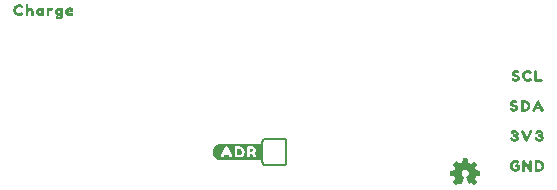
<source format=gto>
G04 EAGLE Gerber RS-274X export*
G75*
%MOMM*%
%FSLAX34Y34*%
%LPD*%
%INSilkscreen Top*%
%IPPOS*%
%AMOC8*
5,1,8,0,0,1.08239X$1,22.5*%
G01*
%ADD10C,0.152400*%

G36*
X218715Y43162D02*
X218715Y43162D01*
X218725Y43158D01*
X219225Y43458D01*
X219233Y43477D01*
X219240Y43482D01*
X219237Y43486D01*
X219239Y43492D01*
X219249Y43500D01*
X219249Y56300D01*
X219238Y56315D01*
X219242Y56325D01*
X218942Y56825D01*
X218908Y56839D01*
X218900Y56849D01*
X184300Y56849D01*
X184295Y56846D01*
X184292Y56849D01*
X183692Y56749D01*
X182993Y56649D01*
X182990Y56645D01*
X182989Y56645D01*
X182986Y56647D01*
X182286Y56447D01*
X182285Y56446D01*
X182284Y56447D01*
X181684Y56247D01*
X181681Y56242D01*
X181678Y56244D01*
X181078Y55944D01*
X181076Y55940D01*
X181073Y55941D01*
X180473Y55541D01*
X180472Y55538D01*
X180469Y55538D01*
X179469Y54738D01*
X179467Y54731D01*
X179462Y54731D01*
X179062Y54231D01*
X179061Y54227D01*
X179059Y54227D01*
X178659Y53627D01*
X178659Y53623D01*
X178656Y53622D01*
X178056Y52422D01*
X178057Y52415D01*
X178053Y52414D01*
X177853Y51715D01*
X177653Y51116D01*
X177657Y51105D01*
X177651Y51100D01*
X177651Y49100D01*
X177654Y49096D01*
X177651Y49093D01*
X177751Y48393D01*
X177755Y48389D01*
X177753Y48386D01*
X177953Y47686D01*
X177958Y47682D01*
X177956Y47678D01*
X178556Y46478D01*
X178563Y46475D01*
X178562Y46469D01*
X178960Y45971D01*
X179359Y45373D01*
X179369Y45369D01*
X179369Y45362D01*
X179867Y44963D01*
X180365Y44465D01*
X180377Y44464D01*
X180378Y44456D01*
X180975Y44157D01*
X181573Y43759D01*
X181582Y43760D01*
X181584Y43753D01*
X182184Y43553D01*
X182186Y43554D01*
X182186Y43553D01*
X182886Y43353D01*
X182890Y43354D01*
X182892Y43351D01*
X183492Y43251D01*
X183493Y43252D01*
X183493Y43251D01*
X184193Y43151D01*
X184198Y43154D01*
X184200Y43151D01*
X218700Y43151D01*
X218715Y43162D01*
G37*
G36*
X399214Y21607D02*
X399214Y21607D01*
X399284Y21613D01*
X399299Y21622D01*
X399316Y21625D01*
X399422Y21697D01*
X399432Y21703D01*
X399433Y21705D01*
X399434Y21706D01*
X401734Y24006D01*
X401742Y24019D01*
X401743Y24020D01*
X401745Y24022D01*
X401747Y24026D01*
X401766Y24042D01*
X401792Y24099D01*
X401825Y24153D01*
X401828Y24177D01*
X401838Y24200D01*
X401836Y24262D01*
X401842Y24325D01*
X401833Y24348D01*
X401832Y24373D01*
X401792Y24455D01*
X401780Y24486D01*
X401774Y24492D01*
X401769Y24501D01*
X399824Y27095D01*
X399834Y27106D01*
X399853Y27136D01*
X399905Y27204D01*
X400005Y27404D01*
X400009Y27420D01*
X400018Y27433D01*
X400044Y27567D01*
X400045Y27572D01*
X400045Y27573D01*
X400045Y27574D01*
X400045Y27584D01*
X400078Y27649D01*
X400134Y27706D01*
X400153Y27736D01*
X400205Y27804D01*
X400305Y28004D01*
X400309Y28020D01*
X400318Y28033D01*
X400344Y28167D01*
X400345Y28172D01*
X400345Y28173D01*
X400345Y28174D01*
X400345Y28184D01*
X400505Y28504D01*
X400509Y28520D01*
X400518Y28533D01*
X400544Y28667D01*
X400545Y28672D01*
X400545Y28673D01*
X400545Y28674D01*
X400545Y28684D01*
X400605Y28804D01*
X400609Y28820D01*
X400618Y28833D01*
X400644Y28967D01*
X400645Y28972D01*
X400645Y28973D01*
X400645Y28974D01*
X400645Y28984D01*
X400705Y29104D01*
X400709Y29120D01*
X400718Y29133D01*
X400738Y29236D01*
X404030Y29800D01*
X404048Y29807D01*
X404067Y29808D01*
X404127Y29841D01*
X404189Y29867D01*
X404202Y29882D01*
X404219Y29891D01*
X404258Y29947D01*
X404302Y29998D01*
X404307Y30017D01*
X404318Y30033D01*
X404340Y30144D01*
X404345Y30166D01*
X404344Y30170D01*
X404345Y30174D01*
X404345Y33374D01*
X404341Y33393D01*
X404343Y33414D01*
X404332Y33446D01*
X404331Y33453D01*
X404326Y33462D01*
X404321Y33477D01*
X404306Y33542D01*
X404293Y33558D01*
X404286Y33577D01*
X404238Y33624D01*
X404196Y33676D01*
X404177Y33684D01*
X404163Y33698D01*
X404061Y33736D01*
X404038Y33746D01*
X404033Y33746D01*
X404028Y33748D01*
X400745Y34295D01*
X400745Y34374D01*
X400728Y34448D01*
X400714Y34523D01*
X400708Y34533D01*
X400706Y34542D01*
X400683Y34570D01*
X400645Y34625D01*
X400645Y34674D01*
X400628Y34748D01*
X400614Y34823D01*
X400608Y34833D01*
X400606Y34842D01*
X400583Y34870D01*
X400534Y34942D01*
X400478Y34998D01*
X400445Y35063D01*
X400445Y35174D01*
X400428Y35248D01*
X400414Y35323D01*
X400408Y35333D01*
X400406Y35342D01*
X400383Y35370D01*
X400345Y35425D01*
X400345Y35474D01*
X400328Y35548D01*
X400314Y35623D01*
X400308Y35633D01*
X400306Y35642D01*
X400283Y35670D01*
X400234Y35742D01*
X400178Y35798D01*
X400105Y35943D01*
X400082Y35971D01*
X400045Y36025D01*
X400045Y36074D01*
X400028Y36148D01*
X400014Y36223D01*
X400008Y36233D01*
X400006Y36242D01*
X399983Y36270D01*
X399934Y36342D01*
X399878Y36398D01*
X399838Y36478D01*
X401773Y39151D01*
X401783Y39175D01*
X401800Y39194D01*
X401816Y39254D01*
X401840Y39311D01*
X401838Y39336D01*
X401845Y39361D01*
X401833Y39422D01*
X401829Y39484D01*
X401816Y39506D01*
X401811Y39531D01*
X401760Y39603D01*
X401742Y39633D01*
X401735Y39638D01*
X401728Y39648D01*
X399428Y41848D01*
X399417Y41854D01*
X399409Y41865D01*
X399343Y41898D01*
X399279Y41936D01*
X399266Y41937D01*
X399255Y41942D01*
X399181Y41943D01*
X399107Y41948D01*
X399095Y41943D01*
X399082Y41943D01*
X398951Y41886D01*
X396277Y40042D01*
X396136Y40113D01*
X396120Y40117D01*
X396107Y40126D01*
X395973Y40152D01*
X395967Y40153D01*
X395966Y40153D01*
X395956Y40153D01*
X395891Y40185D01*
X395834Y40242D01*
X395804Y40261D01*
X395736Y40313D01*
X395536Y40413D01*
X395520Y40417D01*
X395507Y40426D01*
X395373Y40452D01*
X395367Y40453D01*
X395366Y40453D01*
X395356Y40453D01*
X395291Y40485D01*
X395234Y40542D01*
X395169Y40582D01*
X395107Y40626D01*
X395095Y40628D01*
X395087Y40633D01*
X395052Y40636D01*
X394966Y40653D01*
X394856Y40653D01*
X394736Y40713D01*
X394720Y40717D01*
X394707Y40726D01*
X394573Y40752D01*
X394567Y40753D01*
X394566Y40753D01*
X394556Y40753D01*
X394436Y40813D01*
X394420Y40817D01*
X394407Y40826D01*
X394273Y40852D01*
X394267Y40853D01*
X394266Y40853D01*
X394256Y40853D01*
X394136Y40913D01*
X394120Y40917D01*
X394107Y40926D01*
X394090Y40929D01*
X393540Y44138D01*
X393532Y44156D01*
X393531Y44175D01*
X393499Y44234D01*
X393472Y44297D01*
X393458Y44310D01*
X393448Y44327D01*
X393393Y44366D01*
X393341Y44410D01*
X393322Y44415D01*
X393307Y44426D01*
X393196Y44447D01*
X393174Y44453D01*
X393170Y44452D01*
X393166Y44453D01*
X389966Y44453D01*
X389947Y44449D01*
X389928Y44451D01*
X389864Y44429D01*
X389798Y44413D01*
X389783Y44401D01*
X389764Y44395D01*
X389717Y44347D01*
X389664Y44303D01*
X389656Y44286D01*
X389643Y44272D01*
X389603Y44166D01*
X389594Y44145D01*
X389594Y44142D01*
X389592Y44138D01*
X389034Y40882D01*
X388976Y40853D01*
X388866Y40853D01*
X388792Y40836D01*
X388716Y40822D01*
X388707Y40816D01*
X388698Y40813D01*
X388670Y40791D01*
X388614Y40753D01*
X388566Y40753D01*
X388550Y40749D01*
X388534Y40752D01*
X388403Y40715D01*
X388398Y40713D01*
X388397Y40713D01*
X388396Y40713D01*
X388276Y40653D01*
X388266Y40653D01*
X388250Y40649D01*
X388234Y40652D01*
X388103Y40615D01*
X388098Y40613D01*
X388097Y40613D01*
X388096Y40613D01*
X387896Y40513D01*
X387869Y40490D01*
X387814Y40453D01*
X387766Y40453D01*
X387692Y40436D01*
X387616Y40422D01*
X387607Y40416D01*
X387598Y40413D01*
X387570Y40391D01*
X387498Y40342D01*
X387441Y40285D01*
X387296Y40213D01*
X387269Y40190D01*
X387214Y40153D01*
X387166Y40153D01*
X387092Y40136D01*
X387016Y40122D01*
X387007Y40116D01*
X386998Y40113D01*
X386970Y40091D01*
X386898Y40042D01*
X386880Y40024D01*
X384181Y41886D01*
X384165Y41892D01*
X384153Y41904D01*
X384086Y41923D01*
X384020Y41949D01*
X384003Y41948D01*
X383987Y41952D01*
X383918Y41940D01*
X383848Y41934D01*
X383833Y41925D01*
X383816Y41922D01*
X383710Y41850D01*
X383700Y41844D01*
X383699Y41843D01*
X383698Y41842D01*
X381498Y39642D01*
X381489Y39627D01*
X381475Y39617D01*
X381444Y39554D01*
X381407Y39495D01*
X381405Y39478D01*
X381397Y39463D01*
X381397Y39392D01*
X381390Y39323D01*
X381396Y39307D01*
X381396Y39289D01*
X381448Y39172D01*
X381452Y39161D01*
X381453Y39160D01*
X381454Y39158D01*
X383305Y36475D01*
X383303Y36460D01*
X383287Y36374D01*
X383287Y36324D01*
X383279Y36311D01*
X383227Y36243D01*
X383154Y36098D01*
X383098Y36042D01*
X383058Y35977D01*
X383014Y35914D01*
X383012Y35903D01*
X383007Y35895D01*
X383003Y35860D01*
X382987Y35774D01*
X382987Y35724D01*
X382979Y35711D01*
X382927Y35643D01*
X382827Y35443D01*
X382823Y35428D01*
X382814Y35414D01*
X382797Y35327D01*
X382794Y35319D01*
X382794Y35311D01*
X382788Y35280D01*
X382787Y35275D01*
X382787Y35274D01*
X382787Y35263D01*
X382627Y34943D01*
X382623Y34928D01*
X382614Y34914D01*
X382588Y34780D01*
X382587Y34775D01*
X382587Y34774D01*
X382587Y34763D01*
X382527Y34643D01*
X382523Y34628D01*
X382514Y34614D01*
X382505Y34569D01*
X382501Y34561D01*
X382502Y34551D01*
X382488Y34480D01*
X382487Y34475D01*
X382487Y34474D01*
X382487Y34463D01*
X382427Y34343D01*
X382423Y34328D01*
X382414Y34314D01*
X382411Y34298D01*
X379202Y33748D01*
X379184Y33740D01*
X379165Y33739D01*
X379105Y33707D01*
X379043Y33680D01*
X379030Y33665D01*
X379013Y33656D01*
X378974Y33601D01*
X378930Y33549D01*
X378925Y33530D01*
X378914Y33514D01*
X378898Y33433D01*
X378894Y33423D01*
X378894Y33412D01*
X378892Y33403D01*
X378887Y33381D01*
X378888Y33378D01*
X378887Y33374D01*
X378887Y30174D01*
X378891Y30155D01*
X378889Y30136D01*
X378911Y30071D01*
X378926Y30005D01*
X378939Y29990D01*
X378945Y29972D01*
X378993Y29924D01*
X379036Y29872D01*
X379054Y29864D01*
X379068Y29850D01*
X379174Y29810D01*
X379194Y29801D01*
X379198Y29801D01*
X379202Y29800D01*
X382458Y29242D01*
X382487Y29184D01*
X382487Y29074D01*
X382504Y28999D01*
X382518Y28924D01*
X382524Y28914D01*
X382526Y28905D01*
X382549Y28878D01*
X382587Y28822D01*
X382587Y28774D01*
X382600Y28718D01*
X382601Y28699D01*
X382606Y28689D01*
X382618Y28624D01*
X382624Y28614D01*
X382626Y28605D01*
X382649Y28578D01*
X382698Y28506D01*
X382754Y28449D01*
X382787Y28384D01*
X382787Y28274D01*
X382804Y28199D01*
X382818Y28124D01*
X382824Y28114D01*
X382826Y28105D01*
X382849Y28078D01*
X382887Y28022D01*
X382887Y27974D01*
X382904Y27899D01*
X382918Y27824D01*
X382924Y27814D01*
X382926Y27805D01*
X382949Y27778D01*
X382998Y27706D01*
X383054Y27649D01*
X383127Y27504D01*
X383150Y27476D01*
X383193Y27413D01*
X383195Y27409D01*
X383196Y27409D01*
X383198Y27406D01*
X383254Y27349D01*
X383287Y27284D01*
X383287Y27274D01*
X383290Y27258D01*
X383288Y27242D01*
X383300Y27200D01*
X383301Y27182D01*
X383310Y27165D01*
X383325Y27111D01*
X383325Y27109D01*
X381457Y24494D01*
X381451Y24479D01*
X381440Y24468D01*
X381419Y24400D01*
X381392Y24334D01*
X381393Y24318D01*
X381388Y24303D01*
X381399Y24233D01*
X381404Y24161D01*
X381412Y24148D01*
X381414Y24132D01*
X381489Y24016D01*
X381491Y24012D01*
X381492Y24012D01*
X383692Y21712D01*
X383710Y21700D01*
X383723Y21683D01*
X383782Y21653D01*
X383837Y21617D01*
X383858Y21615D01*
X383877Y21605D01*
X383943Y21605D01*
X384009Y21597D01*
X384029Y21604D01*
X384050Y21604D01*
X384145Y21646D01*
X384172Y21655D01*
X384175Y21659D01*
X384181Y21661D01*
X386902Y23538D01*
X386925Y23521D01*
X386937Y23519D01*
X386945Y23514D01*
X386980Y23511D01*
X386995Y23508D01*
X386998Y23506D01*
X387063Y23465D01*
X387125Y23421D01*
X387137Y23419D01*
X387145Y23414D01*
X387180Y23411D01*
X387195Y23408D01*
X387198Y23406D01*
X387263Y23365D01*
X387325Y23321D01*
X387337Y23319D01*
X387345Y23314D01*
X387380Y23311D01*
X387395Y23308D01*
X387398Y23306D01*
X387463Y23265D01*
X387525Y23221D01*
X387537Y23219D01*
X387545Y23214D01*
X387580Y23211D01*
X387595Y23208D01*
X387598Y23206D01*
X387663Y23165D01*
X387725Y23121D01*
X387737Y23119D01*
X387745Y23114D01*
X387780Y23111D01*
X387795Y23108D01*
X387798Y23106D01*
X387863Y23065D01*
X387925Y23021D01*
X387937Y23019D01*
X387945Y23014D01*
X387980Y23011D01*
X388066Y22994D01*
X388116Y22994D01*
X388137Y22981D01*
X388170Y22949D01*
X388209Y22936D01*
X388245Y22914D01*
X388290Y22910D01*
X388334Y22896D01*
X388376Y22902D01*
X388417Y22898D01*
X388460Y22914D01*
X388505Y22921D01*
X388540Y22945D01*
X388579Y22960D01*
X388610Y22993D01*
X388647Y23020D01*
X388673Y23062D01*
X388696Y23087D01*
X388703Y23112D01*
X388722Y23142D01*
X390722Y28542D01*
X390729Y28599D01*
X390745Y28654D01*
X390739Y28684D01*
X390743Y28714D01*
X390724Y28768D01*
X390714Y28825D01*
X390696Y28849D01*
X390686Y28877D01*
X390645Y28917D01*
X390611Y28963D01*
X390581Y28980D01*
X390562Y28998D01*
X390530Y29008D01*
X390486Y29033D01*
X390212Y29125D01*
X389891Y29285D01*
X389734Y29442D01*
X389704Y29461D01*
X389636Y29513D01*
X389491Y29585D01*
X389378Y29698D01*
X389305Y29843D01*
X389282Y29871D01*
X389234Y29942D01*
X389078Y30098D01*
X388917Y30419D01*
X388826Y30694D01*
X388814Y30713D01*
X388805Y30743D01*
X388645Y31063D01*
X388645Y31274D01*
X388637Y31309D01*
X388626Y31394D01*
X388545Y31635D01*
X388545Y32112D01*
X388910Y33206D01*
X389261Y33732D01*
X389408Y33879D01*
X389676Y34058D01*
X389698Y34081D01*
X389734Y34106D01*
X389908Y34279D01*
X390134Y34430D01*
X390386Y34514D01*
X390404Y34525D01*
X390418Y34528D01*
X390431Y34539D01*
X390476Y34558D01*
X390681Y34694D01*
X390866Y34694D01*
X390901Y34703D01*
X390958Y34706D01*
X391313Y34794D01*
X391904Y34794D01*
X392146Y34714D01*
X392182Y34711D01*
X392266Y34694D01*
X392451Y34694D01*
X392656Y34558D01*
X392691Y34545D01*
X392740Y34517D01*
X392742Y34516D01*
X392743Y34516D01*
X392746Y34514D01*
X392998Y34430D01*
X393525Y34079D01*
X393871Y33732D01*
X394222Y33206D01*
X394306Y32954D01*
X394326Y32922D01*
X394350Y32863D01*
X394487Y32659D01*
X394487Y32474D01*
X394495Y32439D01*
X394506Y32354D01*
X394587Y32112D01*
X394587Y31335D01*
X394506Y31094D01*
X394503Y31058D01*
X394487Y30974D01*
X394487Y30863D01*
X394427Y30743D01*
X394421Y30721D01*
X394406Y30694D01*
X394315Y30419D01*
X394254Y30298D01*
X394098Y30142D01*
X394079Y30111D01*
X394027Y30043D01*
X393954Y29898D01*
X393641Y29585D01*
X393496Y29513D01*
X393469Y29490D01*
X393398Y29442D01*
X393241Y29285D01*
X392696Y29013D01*
X392673Y28993D01*
X392644Y28981D01*
X392607Y28938D01*
X392563Y28902D01*
X392551Y28874D01*
X392531Y28851D01*
X392516Y28796D01*
X392493Y28744D01*
X392495Y28713D01*
X392487Y28683D01*
X392499Y28609D01*
X392501Y28571D01*
X392508Y28559D01*
X392510Y28542D01*
X394510Y23142D01*
X394522Y23125D01*
X394526Y23105D01*
X394569Y23054D01*
X394606Y22998D01*
X394624Y22987D01*
X394636Y22972D01*
X394698Y22945D01*
X394756Y22911D01*
X394776Y22910D01*
X394794Y22901D01*
X394861Y22904D01*
X394928Y22900D01*
X394947Y22907D01*
X394967Y22908D01*
X395026Y22940D01*
X395088Y22966D01*
X395101Y22982D01*
X395119Y22991D01*
X395132Y23010D01*
X395140Y23012D01*
X395216Y23025D01*
X395225Y23032D01*
X395234Y23034D01*
X395262Y23057D01*
X395334Y23106D01*
X395341Y23112D01*
X395416Y23125D01*
X395425Y23132D01*
X395434Y23134D01*
X395462Y23157D01*
X395534Y23206D01*
X395541Y23212D01*
X395616Y23225D01*
X395625Y23232D01*
X395634Y23234D01*
X395662Y23257D01*
X395718Y23294D01*
X395766Y23294D01*
X395840Y23312D01*
X395916Y23325D01*
X395925Y23332D01*
X395934Y23334D01*
X395962Y23357D01*
X396034Y23406D01*
X396041Y23412D01*
X396116Y23425D01*
X396125Y23432D01*
X396134Y23434D01*
X396162Y23457D01*
X396234Y23506D01*
X396252Y23523D01*
X398951Y21661D01*
X398967Y21655D01*
X398979Y21644D01*
X399047Y21624D01*
X399112Y21598D01*
X399129Y21600D01*
X399145Y21595D01*
X399214Y21607D01*
G37*
G36*
X454204Y33354D02*
X454204Y33354D01*
X454207Y33351D01*
X454907Y33451D01*
X454912Y33456D01*
X454916Y33453D01*
X455516Y33653D01*
X455519Y33658D01*
X455522Y33656D01*
X456722Y34256D01*
X456727Y34266D01*
X456735Y34265D01*
X457235Y34765D01*
X457235Y34769D01*
X457238Y34769D01*
X457638Y35269D01*
X457639Y35273D01*
X457641Y35273D01*
X458041Y35873D01*
X458041Y35877D01*
X458044Y35878D01*
X458344Y36478D01*
X458343Y36486D01*
X458348Y36489D01*
X458347Y36491D01*
X458349Y36492D01*
X458449Y37092D01*
X458448Y37093D01*
X458449Y37093D01*
X458549Y37793D01*
X458546Y37798D01*
X458549Y37800D01*
X458549Y39200D01*
X458543Y39208D01*
X458547Y39214D01*
X458347Y39914D01*
X458340Y39919D01*
X458342Y39925D01*
X458042Y40425D01*
X458041Y40426D01*
X458041Y40427D01*
X457641Y41027D01*
X457638Y41028D01*
X457638Y41031D01*
X457238Y41531D01*
X457231Y41533D01*
X457232Y41538D01*
X456632Y42038D01*
X456626Y42038D01*
X456625Y42042D01*
X456125Y42342D01*
X456122Y42342D01*
X456122Y42344D01*
X455522Y42644D01*
X455515Y42643D01*
X455514Y42647D01*
X454814Y42847D01*
X454810Y42846D01*
X454808Y42849D01*
X454208Y42949D01*
X454203Y42946D01*
X454200Y42949D01*
X450900Y42949D01*
X450885Y42938D01*
X450875Y42942D01*
X450375Y42642D01*
X450364Y42614D01*
X450351Y42608D01*
X450251Y42008D01*
X450254Y42003D01*
X450251Y42000D01*
X450251Y34500D01*
X450254Y34496D01*
X450251Y34493D01*
X450351Y33793D01*
X450367Y33778D01*
X450365Y33765D01*
X450665Y33465D01*
X450688Y33462D01*
X450694Y33451D01*
X451494Y33351D01*
X451498Y33353D01*
X451500Y33351D01*
X454200Y33351D01*
X454204Y33354D01*
G37*
G36*
X442504Y84154D02*
X442504Y84154D01*
X442507Y84151D01*
X443207Y84251D01*
X443212Y84256D01*
X443216Y84253D01*
X443816Y84453D01*
X443819Y84458D01*
X443822Y84456D01*
X445022Y85056D01*
X445027Y85066D01*
X445035Y85065D01*
X445535Y85565D01*
X445535Y85569D01*
X445538Y85569D01*
X445938Y86069D01*
X445939Y86073D01*
X445941Y86073D01*
X446341Y86673D01*
X446341Y86677D01*
X446344Y86678D01*
X446644Y87278D01*
X446643Y87286D01*
X446648Y87289D01*
X446647Y87291D01*
X446649Y87292D01*
X446749Y87892D01*
X446748Y87893D01*
X446749Y87893D01*
X446849Y88593D01*
X446846Y88598D01*
X446849Y88600D01*
X446849Y89300D01*
X446846Y89304D01*
X446849Y89307D01*
X446649Y90707D01*
X446639Y90717D01*
X446642Y90725D01*
X446342Y91225D01*
X446341Y91226D01*
X446341Y91227D01*
X445941Y91827D01*
X445938Y91828D01*
X445938Y91831D01*
X445538Y92331D01*
X445531Y92333D01*
X445532Y92338D01*
X444932Y92838D01*
X444923Y92838D01*
X444922Y92844D01*
X443722Y93444D01*
X443717Y93443D01*
X443716Y93447D01*
X443116Y93647D01*
X443109Y93645D01*
X443107Y93649D01*
X442407Y93749D01*
X442402Y93746D01*
X442400Y93749D01*
X439200Y93749D01*
X439185Y93738D01*
X439175Y93742D01*
X438675Y93442D01*
X438664Y93414D01*
X438651Y93408D01*
X438551Y92808D01*
X438554Y92803D01*
X438551Y92800D01*
X438551Y85300D01*
X438554Y85296D01*
X438551Y85293D01*
X438651Y84593D01*
X438667Y84578D01*
X438665Y84565D01*
X438965Y84265D01*
X438988Y84262D01*
X438994Y84251D01*
X439794Y84151D01*
X439798Y84153D01*
X439800Y84151D01*
X442500Y84151D01*
X442504Y84154D01*
G37*
G36*
X441309Y33358D02*
X441309Y33358D01*
X441316Y33353D01*
X441916Y33553D01*
X441929Y33573D01*
X441942Y33575D01*
X442242Y34075D01*
X442240Y34093D01*
X442249Y34100D01*
X442249Y38652D01*
X445761Y33970D01*
X445763Y33970D01*
X445762Y33968D01*
X446262Y33368D01*
X446292Y33362D01*
X446300Y33351D01*
X447000Y33351D01*
X447004Y33354D01*
X447006Y33351D01*
X447806Y33451D01*
X447822Y33467D01*
X447835Y33465D01*
X448235Y33865D01*
X448236Y33877D01*
X448240Y33879D01*
X448237Y33883D01*
X448238Y33886D01*
X448249Y33892D01*
X448349Y34492D01*
X448346Y34497D01*
X448349Y34500D01*
X448349Y41300D01*
X448346Y41304D01*
X448349Y41307D01*
X448249Y42007D01*
X448248Y42008D01*
X448249Y42008D01*
X448149Y42608D01*
X448125Y42631D01*
X448122Y42644D01*
X447522Y42944D01*
X447506Y42941D01*
X447500Y42949D01*
X446800Y42949D01*
X446791Y42942D01*
X446784Y42947D01*
X446184Y42747D01*
X446166Y42720D01*
X446153Y42716D01*
X445953Y42116D01*
X445957Y42105D01*
X445951Y42100D01*
X445951Y37546D01*
X444439Y39530D01*
X442440Y42229D01*
X442434Y42231D01*
X442435Y42235D01*
X441935Y42735D01*
X441917Y42737D01*
X441914Y42747D01*
X441214Y42947D01*
X441204Y42944D01*
X441200Y42949D01*
X440500Y42949D01*
X440482Y42935D01*
X440469Y42938D01*
X439969Y42538D01*
X439963Y42513D01*
X439951Y42507D01*
X439851Y41807D01*
X439854Y41802D01*
X439851Y41800D01*
X439851Y34400D01*
X439854Y34395D01*
X439851Y34392D01*
X439951Y33792D01*
X439967Y33777D01*
X439965Y33765D01*
X440365Y33365D01*
X440392Y33362D01*
X440400Y33351D01*
X441300Y33351D01*
X441309Y33358D01*
G37*
G36*
X434604Y33354D02*
X434604Y33354D01*
X434607Y33351D01*
X436007Y33551D01*
X436015Y33559D01*
X436022Y33556D01*
X436622Y33856D01*
X436623Y33859D01*
X436625Y33858D01*
X437125Y34158D01*
X437130Y34169D01*
X437138Y34169D01*
X437538Y34669D01*
X437539Y34682D01*
X437547Y34684D01*
X437747Y35284D01*
X437743Y35295D01*
X437749Y35300D01*
X437749Y38100D01*
X437746Y38104D01*
X437749Y38107D01*
X437649Y38807D01*
X437630Y38826D01*
X437630Y38839D01*
X437230Y39139D01*
X437217Y39139D01*
X437214Y39147D01*
X436514Y39347D01*
X436504Y39344D01*
X436500Y39349D01*
X434400Y39349D01*
X434391Y39342D01*
X434384Y39347D01*
X433784Y39147D01*
X433766Y39120D01*
X433753Y39116D01*
X433553Y38516D01*
X433557Y38505D01*
X433551Y38500D01*
X433551Y37800D01*
X433567Y37779D01*
X433565Y37765D01*
X433965Y37365D01*
X433989Y37362D01*
X433997Y37351D01*
X435351Y37254D01*
X435351Y36030D01*
X434788Y35749D01*
X433512Y35749D01*
X432927Y36042D01*
X432335Y36535D01*
X431944Y37024D01*
X431748Y37611D01*
X431650Y38300D01*
X431748Y38990D01*
X431945Y39677D01*
X432334Y40163D01*
X432922Y40555D01*
X433511Y40752D01*
X434200Y40850D01*
X434885Y40752D01*
X436078Y40156D01*
X436100Y40160D01*
X436110Y40152D01*
X436610Y40252D01*
X436623Y40267D01*
X436635Y40265D01*
X437235Y40865D01*
X437237Y40881D01*
X437247Y40884D01*
X437447Y41484D01*
X437440Y41505D01*
X437447Y41516D01*
X437247Y42116D01*
X437228Y42128D01*
X437227Y42141D01*
X436627Y42541D01*
X436623Y42541D01*
X436622Y42544D01*
X436022Y42844D01*
X436015Y42843D01*
X436014Y42847D01*
X435315Y43047D01*
X434716Y43247D01*
X434705Y43243D01*
X434700Y43249D01*
X434000Y43249D01*
X433996Y43246D01*
X433993Y43249D01*
X433293Y43149D01*
X433292Y43148D01*
X433292Y43149D01*
X432692Y43049D01*
X432685Y43041D01*
X432678Y43044D01*
X431478Y42444D01*
X431476Y42440D01*
X431473Y42441D01*
X430873Y42041D01*
X430870Y42034D01*
X430865Y42035D01*
X430365Y41535D01*
X430364Y41528D01*
X430359Y41527D01*
X429959Y40927D01*
X429959Y40926D01*
X429958Y40925D01*
X429658Y40425D01*
X429659Y40416D01*
X429653Y40414D01*
X429453Y39715D01*
X429253Y39116D01*
X429257Y39105D01*
X429251Y39100D01*
X429251Y37700D01*
X429257Y37692D01*
X429253Y37686D01*
X429453Y36986D01*
X429454Y36985D01*
X429453Y36984D01*
X429653Y36384D01*
X429658Y36381D01*
X429656Y36378D01*
X430256Y35178D01*
X430266Y35173D01*
X430265Y35165D01*
X430765Y34665D01*
X430769Y34665D01*
X430769Y34662D01*
X431269Y34262D01*
X431273Y34261D01*
X431273Y34259D01*
X431873Y33859D01*
X431877Y33859D01*
X431878Y33856D01*
X432478Y33556D01*
X432485Y33557D01*
X432486Y33553D01*
X433186Y33353D01*
X433196Y33356D01*
X433200Y33351D01*
X434600Y33351D01*
X434604Y33354D01*
G37*
G36*
X48004Y162354D02*
X48004Y162354D01*
X48007Y162351D01*
X48707Y162451D01*
X48715Y162459D01*
X48722Y162456D01*
X49322Y162756D01*
X49325Y162763D01*
X49331Y162762D01*
X50331Y163562D01*
X50333Y163572D01*
X50341Y163573D01*
X50741Y164173D01*
X50740Y164182D01*
X50747Y164184D01*
X50947Y164784D01*
X50945Y164791D01*
X50949Y164793D01*
X51049Y165493D01*
X51046Y165498D01*
X51049Y165500D01*
X51049Y171600D01*
X51035Y171618D01*
X51038Y171631D01*
X50638Y172131D01*
X50614Y172137D01*
X50608Y172149D01*
X50008Y172249D01*
X49999Y172244D01*
X49994Y172249D01*
X49194Y172149D01*
X49178Y172133D01*
X49165Y172135D01*
X48785Y171755D01*
X48417Y171846D01*
X47822Y172144D01*
X47811Y172142D01*
X47807Y172149D01*
X47107Y172249D01*
X47093Y172241D01*
X47084Y172247D01*
X45884Y171847D01*
X45877Y171836D01*
X45868Y171838D01*
X45268Y171338D01*
X45267Y171331D01*
X45262Y171331D01*
X44862Y170831D01*
X44861Y170827D01*
X44859Y170827D01*
X44459Y170227D01*
X44460Y170218D01*
X44453Y170216D01*
X44253Y169616D01*
X44255Y169609D01*
X44251Y169607D01*
X44151Y168907D01*
X44156Y168898D01*
X44151Y168893D01*
X44251Y168193D01*
X44256Y168188D01*
X44253Y168184D01*
X44453Y167584D01*
X44458Y167581D01*
X44456Y167578D01*
X44756Y166978D01*
X44763Y166975D01*
X44762Y166969D01*
X45162Y166469D01*
X45169Y166467D01*
X45168Y166462D01*
X45768Y165962D01*
X45777Y165962D01*
X45778Y165956D01*
X46378Y165656D01*
X46383Y165657D01*
X46384Y165653D01*
X46984Y165453D01*
X46990Y165455D01*
X46992Y165454D01*
X47005Y165454D01*
X47007Y165451D01*
X47707Y165551D01*
X47712Y165556D01*
X47716Y165553D01*
X48316Y165753D01*
X48323Y165764D01*
X48331Y165762D01*
X48751Y166098D01*
X48751Y165804D01*
X48653Y165218D01*
X48269Y164642D01*
X47601Y164452D01*
X47019Y164646D01*
X46422Y164944D01*
X46417Y164943D01*
X46416Y164947D01*
X45816Y165147D01*
X45785Y165137D01*
X45773Y165141D01*
X45173Y164741D01*
X45167Y164724D01*
X45156Y164722D01*
X44856Y164122D01*
X44859Y164106D01*
X44851Y164100D01*
X44851Y163600D01*
X44865Y163582D01*
X44862Y163569D01*
X45262Y163069D01*
X45276Y163066D01*
X45278Y163056D01*
X46078Y162656D01*
X46083Y162657D01*
X46084Y162653D01*
X46684Y162453D01*
X46690Y162455D01*
X46692Y162451D01*
X47292Y162351D01*
X47297Y162354D01*
X47300Y162351D01*
X48000Y162351D01*
X48004Y162354D01*
G37*
G36*
X457015Y84162D02*
X457015Y84162D01*
X457026Y84158D01*
X457826Y84658D01*
X457832Y84674D01*
X457842Y84675D01*
X458142Y85175D01*
X458139Y85207D01*
X458146Y85218D01*
X457946Y85718D01*
X457944Y85719D01*
X457945Y85721D01*
X454445Y93221D01*
X454434Y93227D01*
X454435Y93235D01*
X454135Y93535D01*
X454123Y93536D01*
X454122Y93544D01*
X453522Y93844D01*
X453501Y93840D01*
X453492Y93849D01*
X452892Y93749D01*
X452882Y93738D01*
X452873Y93741D01*
X452273Y93341D01*
X452267Y93324D01*
X452256Y93322D01*
X451956Y92722D01*
X448656Y85922D01*
X448657Y85917D01*
X448653Y85916D01*
X448453Y85316D01*
X448460Y85297D01*
X448459Y85297D01*
X448460Y85296D01*
X448461Y85293D01*
X448454Y85282D01*
X448654Y84782D01*
X448671Y84772D01*
X448671Y84760D01*
X449371Y84260D01*
X449387Y84260D01*
X449392Y84251D01*
X449992Y84151D01*
X450011Y84161D01*
X450022Y84156D01*
X450622Y84456D01*
X450632Y84476D01*
X450644Y84478D01*
X450944Y85078D01*
X451530Y86251D01*
X454880Y86251D01*
X455259Y85871D01*
X455855Y84579D01*
X455870Y84572D01*
X455869Y84562D01*
X456369Y84162D01*
X456392Y84161D01*
X456400Y84151D01*
X457000Y84151D01*
X457015Y84162D01*
G37*
G36*
X434109Y58758D02*
X434109Y58758D01*
X434116Y58753D01*
X434716Y58953D01*
X434719Y58958D01*
X434722Y58956D01*
X435322Y59256D01*
X435323Y59259D01*
X435325Y59258D01*
X435825Y59558D01*
X435829Y59566D01*
X435835Y59565D01*
X436335Y60065D01*
X436336Y60072D01*
X436341Y60073D01*
X436741Y60673D01*
X436740Y60682D01*
X436747Y60684D01*
X436947Y61284D01*
X436943Y61295D01*
X436947Y61298D01*
X436947Y61299D01*
X436949Y61300D01*
X436949Y62000D01*
X436946Y62005D01*
X436949Y62008D01*
X436849Y62608D01*
X436841Y62615D01*
X436844Y62622D01*
X436544Y63222D01*
X436531Y63228D01*
X436532Y63238D01*
X435949Y63723D01*
X435949Y64076D01*
X436431Y64462D01*
X436434Y64476D01*
X436444Y64478D01*
X436744Y65078D01*
X436742Y65087D01*
X436747Y65091D01*
X436744Y65096D01*
X436749Y65100D01*
X436749Y65800D01*
X436746Y65804D01*
X436749Y65807D01*
X436649Y66507D01*
X436641Y66515D01*
X436644Y66522D01*
X436344Y67122D01*
X436334Y67127D01*
X436335Y67135D01*
X435836Y67634D01*
X434937Y68633D01*
X434908Y68638D01*
X434900Y68649D01*
X432800Y68649D01*
X432791Y68642D01*
X432784Y68647D01*
X432185Y68447D01*
X431486Y68247D01*
X431478Y68236D01*
X431469Y68238D01*
X430969Y67838D01*
X430968Y67834D01*
X430965Y67835D01*
X430465Y67335D01*
X430463Y67322D01*
X430455Y67319D01*
X430155Y66619D01*
X430157Y66612D01*
X430152Y66610D01*
X430052Y66110D01*
X430063Y66087D01*
X430058Y66075D01*
X430358Y65575D01*
X430372Y65569D01*
X430373Y65559D01*
X430973Y65159D01*
X430987Y65160D01*
X430992Y65151D01*
X431592Y65051D01*
X431598Y65055D01*
X431605Y65055D01*
X431618Y65065D01*
X431631Y65062D01*
X432131Y65462D01*
X432133Y65469D01*
X432138Y65469D01*
X432532Y65961D01*
X433112Y66251D01*
X433783Y66251D01*
X434251Y65876D01*
X434251Y65336D01*
X433689Y65148D01*
X432894Y65049D01*
X432885Y65040D01*
X432878Y65044D01*
X432478Y64844D01*
X432468Y64824D01*
X432456Y64822D01*
X432156Y64222D01*
X432160Y64203D01*
X432151Y64195D01*
X432251Y63295D01*
X432267Y63278D01*
X432265Y63265D01*
X432665Y62865D01*
X432686Y62862D01*
X432692Y62851D01*
X433292Y62751D01*
X433293Y62752D01*
X433293Y62751D01*
X433977Y62654D01*
X434454Y62176D01*
X434547Y61620D01*
X434076Y61244D01*
X433495Y61050D01*
X432814Y61148D01*
X432141Y61436D01*
X431947Y62114D01*
X431930Y62127D01*
X431930Y62139D01*
X431530Y62439D01*
X431512Y62439D01*
X431506Y62449D01*
X430706Y62549D01*
X430696Y62543D01*
X430692Y62543D01*
X430686Y62547D01*
X429986Y62347D01*
X429973Y62330D01*
X429961Y62330D01*
X429661Y61930D01*
X429661Y61921D01*
X429655Y61916D01*
X429661Y61908D01*
X429651Y61900D01*
X429651Y61200D01*
X429660Y61187D01*
X429656Y61178D01*
X429956Y60578D01*
X429960Y60576D01*
X429959Y60573D01*
X430359Y59973D01*
X430362Y59972D01*
X430362Y59969D01*
X430762Y59469D01*
X430774Y59466D01*
X430775Y59458D01*
X431275Y59158D01*
X431278Y59158D01*
X431278Y59156D01*
X431878Y58856D01*
X431889Y58858D01*
X431893Y58851D01*
X432593Y58751D01*
X432598Y58754D01*
X432600Y58751D01*
X434100Y58751D01*
X434109Y58758D01*
G37*
G36*
X455108Y58757D02*
X455108Y58757D01*
X455114Y58753D01*
X455814Y58953D01*
X455818Y58958D01*
X455822Y58956D01*
X456422Y59256D01*
X456423Y59259D01*
X456425Y59258D01*
X456925Y59558D01*
X456929Y59566D01*
X456935Y59565D01*
X457435Y60065D01*
X457436Y60077D01*
X457444Y60078D01*
X457744Y60678D01*
X457743Y60683D01*
X457747Y60684D01*
X457947Y61284D01*
X457945Y61291D01*
X457949Y61293D01*
X458049Y61993D01*
X458043Y62003D01*
X458049Y62008D01*
X457949Y62608D01*
X457938Y62618D01*
X457941Y62627D01*
X457541Y63227D01*
X457534Y63230D01*
X457535Y63235D01*
X457049Y63720D01*
X457049Y64076D01*
X457531Y64462D01*
X457536Y64481D01*
X457547Y64484D01*
X457747Y65084D01*
X457745Y65089D01*
X457748Y65091D01*
X457747Y65092D01*
X457749Y65093D01*
X457849Y65793D01*
X457842Y65806D01*
X457847Y65814D01*
X457647Y66514D01*
X457642Y66518D01*
X457644Y66522D01*
X457344Y67122D01*
X457337Y67125D01*
X457338Y67131D01*
X456938Y67631D01*
X456934Y67632D01*
X456935Y67635D01*
X455935Y68635D01*
X455908Y68639D01*
X455900Y68649D01*
X453900Y68649D01*
X453891Y68642D01*
X453884Y68647D01*
X453285Y68447D01*
X452586Y68247D01*
X452578Y68236D01*
X452569Y68238D01*
X452069Y67838D01*
X452068Y67834D01*
X452065Y67835D01*
X451565Y67335D01*
X451564Y67325D01*
X451557Y67324D01*
X451157Y66624D01*
X451159Y66613D01*
X451152Y66610D01*
X451052Y66110D01*
X451063Y66087D01*
X451058Y66075D01*
X451358Y65575D01*
X451374Y65568D01*
X451376Y65557D01*
X452076Y65157D01*
X452088Y65159D01*
X452092Y65151D01*
X452692Y65051D01*
X452698Y65055D01*
X452705Y65055D01*
X452718Y65065D01*
X452731Y65062D01*
X453231Y65462D01*
X453233Y65469D01*
X453238Y65469D01*
X453632Y65961D01*
X454212Y66251D01*
X454883Y66251D01*
X455351Y65876D01*
X455351Y65336D01*
X454789Y65148D01*
X453994Y65049D01*
X453987Y65042D01*
X453982Y65046D01*
X453482Y64846D01*
X453466Y64820D01*
X453453Y64816D01*
X453253Y64216D01*
X453258Y64201D01*
X453251Y64195D01*
X453351Y63295D01*
X453367Y63278D01*
X453365Y63265D01*
X453765Y62865D01*
X453785Y62862D01*
X453790Y62852D01*
X454290Y62752D01*
X454293Y62753D01*
X454294Y62751D01*
X455077Y62653D01*
X455551Y62180D01*
X455551Y61620D01*
X455174Y61244D01*
X454497Y61050D01*
X453815Y61148D01*
X453238Y61436D01*
X452945Y62119D01*
X452930Y62128D01*
X452930Y62139D01*
X452530Y62439D01*
X452512Y62439D01*
X452506Y62449D01*
X451706Y62549D01*
X451696Y62543D01*
X451692Y62543D01*
X451686Y62547D01*
X450986Y62347D01*
X450973Y62330D01*
X450961Y62330D01*
X450661Y61930D01*
X450661Y61921D01*
X450655Y61916D01*
X450661Y61908D01*
X450661Y61903D01*
X450651Y61893D01*
X450751Y61193D01*
X450756Y61188D01*
X450753Y61184D01*
X450953Y60584D01*
X450961Y60579D01*
X450959Y60573D01*
X451359Y59973D01*
X451366Y59970D01*
X451365Y59965D01*
X451865Y59465D01*
X451874Y59464D01*
X451875Y59458D01*
X452375Y59158D01*
X452378Y59158D01*
X452378Y59156D01*
X452978Y58856D01*
X452989Y58858D01*
X452993Y58851D01*
X453693Y58751D01*
X453698Y58754D01*
X453700Y58751D01*
X455100Y58751D01*
X455108Y58757D01*
G37*
G36*
X433304Y84154D02*
X433304Y84154D01*
X433307Y84151D01*
X434007Y84251D01*
X434015Y84259D01*
X434022Y84256D01*
X435222Y84856D01*
X435225Y84863D01*
X435231Y84862D01*
X435731Y85262D01*
X435733Y85272D01*
X435741Y85273D01*
X436141Y85873D01*
X436140Y85882D01*
X436147Y85884D01*
X436347Y86484D01*
X436343Y86495D01*
X436349Y86500D01*
X436349Y88000D01*
X436342Y88009D01*
X436347Y88016D01*
X436147Y88616D01*
X436136Y88623D01*
X436138Y88631D01*
X435738Y89131D01*
X435731Y89133D01*
X435731Y89138D01*
X435231Y89538D01*
X435223Y89539D01*
X435222Y89544D01*
X434622Y89844D01*
X434615Y89843D01*
X434614Y89847D01*
X433914Y90047D01*
X433912Y90047D01*
X433911Y90048D01*
X432620Y90346D01*
X432045Y90729D01*
X431952Y91286D01*
X432326Y91754D01*
X432995Y91850D01*
X433576Y91656D01*
X434168Y91162D01*
X434192Y91161D01*
X434200Y91151D01*
X434700Y91151D01*
X434713Y91160D01*
X434722Y91156D01*
X435322Y91456D01*
X435331Y91474D01*
X435343Y91476D01*
X435743Y92176D01*
X435740Y92193D01*
X435749Y92200D01*
X435749Y92700D01*
X435733Y92721D01*
X435735Y92735D01*
X434835Y93635D01*
X434817Y93637D01*
X434814Y93647D01*
X434114Y93847D01*
X434109Y93846D01*
X434107Y93849D01*
X432707Y94049D01*
X432698Y94044D01*
X432693Y94049D01*
X431993Y93949D01*
X431989Y93945D01*
X431986Y93947D01*
X431286Y93747D01*
X431281Y93740D01*
X431275Y93742D01*
X430775Y93442D01*
X430773Y93438D01*
X430769Y93438D01*
X430269Y93038D01*
X430267Y93028D01*
X430259Y93027D01*
X429859Y92427D01*
X429859Y92423D01*
X429856Y92422D01*
X429556Y91822D01*
X429559Y91806D01*
X429551Y91800D01*
X429551Y90500D01*
X429557Y90492D01*
X429553Y90486D01*
X429753Y89786D01*
X429764Y89778D01*
X429762Y89769D01*
X430162Y89269D01*
X430169Y89267D01*
X430169Y89262D01*
X430669Y88862D01*
X430677Y88861D01*
X430678Y88856D01*
X431278Y88556D01*
X431280Y88556D01*
X431281Y88555D01*
X431981Y88255D01*
X431984Y88256D01*
X431984Y88253D01*
X432584Y88053D01*
X432591Y88055D01*
X432593Y88051D01*
X433285Y87952D01*
X433856Y87667D01*
X433948Y87110D01*
X433665Y86638D01*
X433092Y86351D01*
X432418Y86447D01*
X431830Y86839D01*
X431232Y87338D01*
X431220Y87338D01*
X431218Y87346D01*
X430718Y87546D01*
X430706Y87542D01*
X430701Y87549D01*
X430699Y87549D01*
X430695Y87546D01*
X430692Y87549D01*
X430092Y87449D01*
X430075Y87431D01*
X430062Y87432D01*
X429562Y86832D01*
X429562Y86824D01*
X429561Y86824D01*
X429562Y86823D01*
X429562Y86820D01*
X429554Y86818D01*
X429354Y86318D01*
X429363Y86288D01*
X429357Y86276D01*
X429757Y85576D01*
X429766Y85572D01*
X429765Y85565D01*
X430165Y85165D01*
X430169Y85165D01*
X430169Y85162D01*
X430669Y84762D01*
X430673Y84761D01*
X430673Y84759D01*
X431273Y84359D01*
X431284Y84360D01*
X431286Y84353D01*
X431986Y84153D01*
X431996Y84156D01*
X432000Y84151D01*
X433300Y84151D01*
X433304Y84154D01*
G37*
G36*
X434805Y109554D02*
X434805Y109554D01*
X434808Y109551D01*
X435408Y109651D01*
X435415Y109659D01*
X435422Y109656D01*
X436622Y110256D01*
X436625Y110263D01*
X436631Y110262D01*
X437131Y110662D01*
X437133Y110672D01*
X437141Y110673D01*
X437541Y111273D01*
X437540Y111282D01*
X437547Y111284D01*
X437747Y111884D01*
X437745Y111891D01*
X437749Y111893D01*
X437849Y112593D01*
X437844Y112601D01*
X437849Y112606D01*
X437749Y113406D01*
X437744Y113411D01*
X437747Y113416D01*
X437547Y114016D01*
X437536Y114023D01*
X437538Y114031D01*
X437138Y114531D01*
X437131Y114533D01*
X437131Y114538D01*
X436631Y114938D01*
X436623Y114939D01*
X436622Y114944D01*
X436022Y115244D01*
X436015Y115243D01*
X436014Y115247D01*
X435314Y115447D01*
X435312Y115447D01*
X435311Y115448D01*
X434022Y115745D01*
X433542Y116129D01*
X433355Y116690D01*
X433726Y117154D01*
X434395Y117250D01*
X434976Y117056D01*
X435568Y116562D01*
X435592Y116561D01*
X435600Y116551D01*
X436200Y116551D01*
X436215Y116562D01*
X436225Y116558D01*
X436725Y116858D01*
X436732Y116874D01*
X436743Y116876D01*
X437143Y117576D01*
X437141Y117587D01*
X437148Y117590D01*
X437248Y118090D01*
X437233Y118122D01*
X437235Y118135D01*
X436735Y118635D01*
X436731Y118635D01*
X436731Y118638D01*
X436231Y119038D01*
X436217Y119039D01*
X436214Y119047D01*
X435514Y119247D01*
X435509Y119246D01*
X435507Y119249D01*
X434107Y119449D01*
X434098Y119444D01*
X434093Y119449D01*
X433393Y119349D01*
X433389Y119345D01*
X433386Y119347D01*
X432686Y119147D01*
X432681Y119140D01*
X432675Y119142D01*
X432175Y118842D01*
X432173Y118838D01*
X432169Y118838D01*
X431669Y118438D01*
X431667Y118428D01*
X431659Y118427D01*
X431259Y117827D01*
X431260Y117818D01*
X431253Y117816D01*
X431053Y117216D01*
X431055Y117210D01*
X431051Y117208D01*
X430951Y116608D01*
X430957Y116598D01*
X430951Y116593D01*
X431051Y115893D01*
X431055Y115889D01*
X431053Y115886D01*
X431253Y115186D01*
X431260Y115181D01*
X431258Y115175D01*
X431558Y114675D01*
X431569Y114670D01*
X431569Y114662D01*
X432069Y114262D01*
X432077Y114261D01*
X432078Y114256D01*
X432678Y113956D01*
X432680Y113956D01*
X432681Y113955D01*
X433381Y113655D01*
X433384Y113656D01*
X433384Y113653D01*
X433984Y113453D01*
X433991Y113455D01*
X433993Y113451D01*
X434685Y113352D01*
X435256Y113067D01*
X435349Y112505D01*
X435162Y112037D01*
X434493Y111751D01*
X433818Y111847D01*
X433230Y112239D01*
X432632Y112738D01*
X432620Y112738D01*
X432618Y112746D01*
X432118Y112946D01*
X432106Y112942D01*
X432101Y112949D01*
X432099Y112949D01*
X432095Y112946D01*
X432092Y112949D01*
X431492Y112849D01*
X431475Y112831D01*
X431462Y112832D01*
X430962Y112232D01*
X430962Y112224D01*
X430961Y112224D01*
X430962Y112223D01*
X430961Y112214D01*
X430952Y112210D01*
X430852Y111710D01*
X430861Y111691D01*
X430855Y111681D01*
X431155Y110981D01*
X431166Y110974D01*
X431165Y110965D01*
X431565Y110565D01*
X431572Y110564D01*
X431573Y110559D01*
X432171Y110160D01*
X432669Y109762D01*
X432683Y109761D01*
X432686Y109753D01*
X433386Y109553D01*
X433396Y109556D01*
X433400Y109551D01*
X434800Y109551D01*
X434805Y109554D01*
G37*
G36*
X445308Y109557D02*
X445308Y109557D01*
X445314Y109553D01*
X446714Y109953D01*
X446719Y109960D01*
X446725Y109958D01*
X447225Y110258D01*
X447227Y110262D01*
X447231Y110262D01*
X447731Y110662D01*
X447736Y110681D01*
X447747Y110684D01*
X447947Y111284D01*
X447939Y111308D01*
X447945Y111319D01*
X447645Y112019D01*
X447634Y112026D01*
X447635Y112035D01*
X447135Y112535D01*
X447115Y112538D01*
X447110Y112548D01*
X446610Y112648D01*
X446585Y112637D01*
X446573Y112641D01*
X445977Y112244D01*
X445290Y111949D01*
X444012Y111949D01*
X443425Y112243D01*
X442834Y112637D01*
X442444Y113124D01*
X442248Y113711D01*
X442150Y114400D01*
X442248Y115089D01*
X442445Y115678D01*
X442834Y116262D01*
X443422Y116556D01*
X444015Y116853D01*
X444601Y116950D01*
X445289Y116852D01*
X445880Y116655D01*
X446576Y116257D01*
X446593Y116260D01*
X446600Y116251D01*
X447000Y116251D01*
X447021Y116267D01*
X447035Y116265D01*
X447535Y116765D01*
X447535Y116769D01*
X447538Y116768D01*
X448038Y117368D01*
X448039Y117398D01*
X448049Y117408D01*
X447949Y118008D01*
X447933Y118023D01*
X447935Y118035D01*
X447435Y118535D01*
X447423Y118536D01*
X447422Y118544D01*
X446222Y119144D01*
X446211Y119142D01*
X446207Y119149D01*
X444807Y119349D01*
X444802Y119346D01*
X444800Y119349D01*
X444200Y119349D01*
X444196Y119346D01*
X444193Y119349D01*
X443493Y119249D01*
X443488Y119244D01*
X443484Y119247D01*
X442884Y119047D01*
X442881Y119042D01*
X442878Y119044D01*
X442278Y118744D01*
X442276Y118740D01*
X442273Y118741D01*
X441673Y118341D01*
X441672Y118338D01*
X441669Y118338D01*
X441169Y117938D01*
X441168Y117934D01*
X441165Y117935D01*
X440665Y117435D01*
X440664Y117423D01*
X440656Y117422D01*
X440056Y116222D01*
X440057Y116217D01*
X440053Y116216D01*
X439853Y115616D01*
X439855Y115609D01*
X439851Y115607D01*
X439751Y114907D01*
X439754Y114902D01*
X439751Y114900D01*
X439751Y114200D01*
X439754Y114196D01*
X439751Y114193D01*
X439851Y113493D01*
X439852Y113492D01*
X439851Y113492D01*
X439951Y112892D01*
X439958Y112886D01*
X439955Y112881D01*
X440255Y112181D01*
X440263Y112176D01*
X440262Y112169D01*
X441062Y111169D01*
X441066Y111168D01*
X441065Y111165D01*
X441565Y110665D01*
X441569Y110665D01*
X441569Y110662D01*
X442069Y110262D01*
X442077Y110261D01*
X442078Y110256D01*
X442678Y109956D01*
X442683Y109957D01*
X442684Y109953D01*
X443284Y109753D01*
X443286Y109754D01*
X443286Y109753D01*
X443986Y109553D01*
X443996Y109556D01*
X444000Y109551D01*
X445300Y109551D01*
X445308Y109557D01*
G37*
G36*
X14508Y165257D02*
X14508Y165257D01*
X14514Y165253D01*
X15212Y165452D01*
X16012Y165652D01*
X16021Y165663D01*
X16030Y165661D01*
X16429Y165960D01*
X17027Y166359D01*
X17037Y166386D01*
X17049Y166392D01*
X17149Y166992D01*
X17140Y167009D01*
X17145Y167019D01*
X16845Y167719D01*
X16834Y167726D01*
X16835Y167735D01*
X16335Y168235D01*
X16316Y168237D01*
X16312Y168248D01*
X15912Y168348D01*
X15888Y168338D01*
X15876Y168343D01*
X15177Y167944D01*
X14588Y167649D01*
X13310Y167649D01*
X12626Y167943D01*
X12133Y168337D01*
X11643Y168827D01*
X11448Y169411D01*
X11350Y170100D01*
X11448Y170789D01*
X11645Y171378D01*
X12034Y171962D01*
X12622Y172256D01*
X13215Y172553D01*
X13801Y172650D01*
X14589Y172552D01*
X15178Y172355D01*
X15773Y171959D01*
X15793Y171960D01*
X15800Y171951D01*
X16200Y171951D01*
X16219Y171965D01*
X16232Y171962D01*
X16832Y172462D01*
X16834Y172472D01*
X16841Y172473D01*
X17241Y173073D01*
X17239Y173098D01*
X17249Y173108D01*
X17149Y173708D01*
X17133Y173723D01*
X17135Y173735D01*
X16635Y174235D01*
X16626Y174236D01*
X16625Y174242D01*
X16125Y174542D01*
X16120Y174542D01*
X16119Y174545D01*
X15419Y174845D01*
X15410Y174843D01*
X15407Y174849D01*
X14708Y174949D01*
X14108Y175049D01*
X14103Y175046D01*
X14100Y175049D01*
X13400Y175049D01*
X13395Y175046D01*
X13392Y175049D01*
X12792Y174949D01*
X12789Y174945D01*
X12786Y174947D01*
X12086Y174747D01*
X12082Y174742D01*
X12078Y174744D01*
X11478Y174444D01*
X11476Y174440D01*
X11473Y174441D01*
X10873Y174041D01*
X10872Y174038D01*
X10869Y174038D01*
X10369Y173638D01*
X10367Y173631D01*
X10362Y173631D01*
X9962Y173131D01*
X9961Y173127D01*
X9959Y173127D01*
X9559Y172527D01*
X9559Y172523D01*
X9556Y172522D01*
X9256Y171922D01*
X9257Y171917D01*
X9253Y171916D01*
X9053Y171316D01*
X9055Y171309D01*
X9051Y171307D01*
X8951Y170607D01*
X8954Y170602D01*
X8951Y170600D01*
X8951Y169900D01*
X8954Y169896D01*
X8951Y169893D01*
X9051Y169193D01*
X9056Y169188D01*
X9053Y169184D01*
X9253Y168585D01*
X9453Y167886D01*
X9464Y167878D01*
X9462Y167869D01*
X10262Y166869D01*
X10266Y166868D01*
X10265Y166865D01*
X10765Y166365D01*
X10769Y166365D01*
X10769Y166362D01*
X11269Y165962D01*
X11279Y165961D01*
X11281Y165955D01*
X11981Y165655D01*
X11984Y165656D01*
X11984Y165653D01*
X13184Y165253D01*
X13195Y165257D01*
X13200Y165251D01*
X14500Y165251D01*
X14508Y165257D01*
G37*
G36*
X31609Y165258D02*
X31609Y165258D01*
X31616Y165253D01*
X32216Y165453D01*
X32225Y165467D01*
X32235Y165465D01*
X32690Y165921D01*
X32958Y165475D01*
X32978Y165466D01*
X32982Y165454D01*
X33482Y165254D01*
X33495Y165258D01*
X33500Y165251D01*
X34400Y165251D01*
X34418Y165264D01*
X34430Y165261D01*
X34830Y165561D01*
X34834Y165577D01*
X34841Y165582D01*
X34840Y165584D01*
X34847Y165586D01*
X35047Y166286D01*
X35044Y166296D01*
X35049Y166300D01*
X35049Y171100D01*
X35042Y171109D01*
X35047Y171116D01*
X34847Y171716D01*
X34830Y171727D01*
X34831Y171738D01*
X34331Y172138D01*
X34309Y172139D01*
X34304Y172146D01*
X34303Y172146D01*
X34300Y172149D01*
X33600Y172149D01*
X33595Y172146D01*
X33589Y172146D01*
X33586Y172147D01*
X32886Y171947D01*
X32871Y171927D01*
X32863Y171921D01*
X32854Y171918D01*
X32682Y171488D01*
X32635Y171535D01*
X32631Y171535D01*
X32631Y171538D01*
X32131Y171938D01*
X32117Y171939D01*
X32114Y171947D01*
X31414Y172147D01*
X31409Y172146D01*
X31403Y172146D01*
X31400Y172149D01*
X30700Y172149D01*
X30695Y172146D01*
X30690Y172146D01*
X30688Y172144D01*
X30684Y172147D01*
X30084Y171947D01*
X30081Y171942D01*
X30078Y171944D01*
X29478Y171644D01*
X29473Y171634D01*
X29465Y171635D01*
X28965Y171135D01*
X28964Y171128D01*
X28959Y171127D01*
X28559Y170527D01*
X28559Y170523D01*
X28556Y170522D01*
X28256Y169922D01*
X28257Y169917D01*
X28253Y169916D01*
X28053Y169316D01*
X28057Y169306D01*
X28053Y169303D01*
X28053Y169302D01*
X28051Y169300D01*
X28051Y167900D01*
X28058Y167891D01*
X28053Y167884D01*
X28253Y167284D01*
X28261Y167279D01*
X28259Y167273D01*
X28659Y166673D01*
X28662Y166672D01*
X28662Y166669D01*
X29062Y166169D01*
X29069Y166167D01*
X29068Y166162D01*
X29668Y165662D01*
X29677Y165662D01*
X29678Y165656D01*
X30278Y165356D01*
X30289Y165358D01*
X30292Y165351D01*
X30892Y165251D01*
X30897Y165254D01*
X30900Y165251D01*
X31600Y165251D01*
X31609Y165258D01*
G37*
G36*
X20909Y165258D02*
X20909Y165258D01*
X20916Y165253D01*
X21516Y165453D01*
X21533Y165478D01*
X21546Y165482D01*
X21746Y165982D01*
X21742Y165995D01*
X21749Y166000D01*
X21749Y168693D01*
X21941Y169366D01*
X22515Y169652D01*
X23190Y169749D01*
X23662Y169465D01*
X23951Y168888D01*
X23951Y166100D01*
X23958Y166091D01*
X23953Y166084D01*
X24153Y165484D01*
X24180Y165466D01*
X24184Y165453D01*
X24784Y165253D01*
X24795Y165257D01*
X24800Y165251D01*
X25600Y165251D01*
X25615Y165262D01*
X25625Y165258D01*
X26125Y165558D01*
X26133Y165577D01*
X26140Y165582D01*
X26137Y165586D01*
X26149Y165592D01*
X26249Y166192D01*
X26246Y166197D01*
X26249Y166200D01*
X26249Y169000D01*
X26246Y169004D01*
X26249Y169007D01*
X26149Y169707D01*
X26144Y169712D01*
X26147Y169716D01*
X25947Y170316D01*
X25942Y170319D01*
X25944Y170322D01*
X25644Y170922D01*
X25634Y170927D01*
X25635Y170935D01*
X25135Y171435D01*
X25131Y171435D01*
X25131Y171438D01*
X24631Y171838D01*
X24617Y171839D01*
X24614Y171847D01*
X23914Y172047D01*
X23909Y172046D01*
X23907Y172049D01*
X23207Y172149D01*
X23202Y172146D01*
X23195Y172146D01*
X23192Y172149D01*
X22592Y172049D01*
X22582Y172038D01*
X22573Y172041D01*
X21978Y171645D01*
X21749Y171568D01*
X21749Y174200D01*
X21746Y174204D01*
X21749Y174207D01*
X21649Y174907D01*
X21630Y174926D01*
X21630Y174939D01*
X21230Y175239D01*
X21211Y175239D01*
X21205Y175249D01*
X20305Y175349D01*
X20302Y175347D01*
X20293Y175347D01*
X20289Y175344D01*
X20284Y175347D01*
X19684Y175147D01*
X19670Y175125D01*
X19660Y175118D01*
X19653Y175116D01*
X19453Y174516D01*
X19457Y174505D01*
X19451Y174500D01*
X19451Y165700D01*
X19470Y165675D01*
X19469Y165662D01*
X19969Y165262D01*
X19992Y165261D01*
X20000Y165251D01*
X20900Y165251D01*
X20909Y165258D01*
G37*
G36*
X444208Y58851D02*
X444208Y58851D01*
X444220Y58864D01*
X444231Y58862D01*
X444731Y59262D01*
X444733Y59272D01*
X444741Y59273D01*
X445141Y59873D01*
X445141Y59878D01*
X445144Y59879D01*
X448344Y66479D01*
X448344Y66480D01*
X448345Y66481D01*
X448645Y67181D01*
X448639Y67207D01*
X448646Y67218D01*
X448446Y67718D01*
X448431Y67727D01*
X448432Y67738D01*
X447832Y68238D01*
X447818Y68238D01*
X447816Y68247D01*
X447216Y68447D01*
X447195Y68440D01*
X447184Y68447D01*
X446584Y68247D01*
X446569Y68224D01*
X446556Y68221D01*
X443677Y62167D01*
X443538Y62236D01*
X441245Y67520D01*
X441238Y67524D01*
X441239Y67530D01*
X440939Y67930D01*
X440934Y67931D01*
X440935Y67935D01*
X440435Y68435D01*
X440402Y68439D01*
X440392Y68449D01*
X439792Y68349D01*
X439783Y68339D01*
X439776Y68343D01*
X439076Y67943D01*
X439069Y67927D01*
X439058Y67925D01*
X438758Y67425D01*
X438761Y67396D01*
X438753Y67384D01*
X438953Y66784D01*
X438958Y66782D01*
X438956Y66778D01*
X442556Y59478D01*
X442563Y59475D01*
X442562Y59469D01*
X442962Y58969D01*
X442981Y58964D01*
X442984Y58953D01*
X443584Y58753D01*
X443600Y58759D01*
X443608Y58751D01*
X444208Y58851D01*
G37*
%LPC*%
G36*
X201158Y47593D02*
X201158Y47593D01*
X201537Y48067D01*
X202035Y48565D01*
X202036Y48574D01*
X202042Y48575D01*
X202342Y49075D01*
X202341Y49084D01*
X202347Y49086D01*
X202350Y49097D01*
X202392Y49244D01*
X202393Y49244D01*
X202392Y49244D01*
X202435Y49392D01*
X202449Y49441D01*
X202491Y49589D01*
X202533Y49737D01*
X202547Y49786D01*
X202544Y49796D01*
X202549Y49800D01*
X202549Y50500D01*
X202542Y50509D01*
X202547Y50516D01*
X202347Y51116D01*
X202339Y51121D01*
X202341Y51127D01*
X201941Y51727D01*
X201931Y51731D01*
X201931Y51738D01*
X201431Y52138D01*
X201423Y52139D01*
X201422Y52144D01*
X200822Y52444D01*
X200811Y52442D01*
X200807Y52449D01*
X200107Y52549D01*
X200102Y52546D01*
X200100Y52549D01*
X199400Y52549D01*
X199395Y52546D01*
X199392Y52549D01*
X198792Y52449D01*
X198751Y52405D01*
X198754Y52403D01*
X198751Y52400D01*
X198751Y47738D01*
X196635Y47198D01*
X196549Y53597D01*
X196647Y54281D01*
X196926Y54653D01*
X198102Y54751D01*
X200197Y54751D01*
X200892Y54651D01*
X201485Y54553D01*
X202673Y53958D01*
X203167Y53563D01*
X203662Y53069D01*
X204058Y52474D01*
X204356Y51978D01*
X204652Y51286D01*
X204751Y50696D01*
X204751Y50003D01*
X204552Y48611D01*
X204355Y48022D01*
X203960Y47429D01*
X203563Y46933D01*
X203067Y46437D01*
X202573Y46042D01*
X202023Y45767D01*
X201158Y47593D01*
G37*
%LPD*%
%LPC*%
G36*
X185323Y45644D02*
X185323Y45644D01*
X184749Y46026D01*
X184749Y46493D01*
X184946Y47182D01*
X188244Y53878D01*
X188538Y54466D01*
X189115Y54851D01*
X189783Y54851D01*
X190261Y54468D01*
X190556Y53878D01*
X193854Y47182D01*
X194051Y46493D01*
X194051Y46023D01*
X193476Y45544D01*
X192801Y45352D01*
X192233Y45541D01*
X191943Y46023D01*
X191344Y47222D01*
X191322Y47233D01*
X191318Y47246D01*
X190840Y47437D01*
X190247Y49414D01*
X190242Y49418D01*
X190244Y49422D01*
X189644Y50622D01*
X189624Y50632D01*
X189622Y50644D01*
X189222Y50844D01*
X189164Y50833D01*
X189166Y50822D01*
X189155Y50819D01*
X188655Y49619D01*
X188655Y49617D01*
X188654Y49616D01*
X188656Y49612D01*
X188666Y49573D01*
X188665Y49565D01*
X188937Y49294D01*
X187589Y47289D01*
X187482Y47246D01*
X187469Y47224D01*
X187456Y47222D01*
X187200Y46710D01*
X186330Y45416D01*
X186005Y45351D01*
X185323Y45644D01*
G37*
%LPD*%
G36*
X57908Y165257D02*
X57908Y165257D01*
X57914Y165253D01*
X58614Y165453D01*
X58618Y165458D01*
X58622Y165456D01*
X59222Y165756D01*
X59230Y165772D01*
X59241Y165773D01*
X59441Y166073D01*
X59440Y166086D01*
X59448Y166090D01*
X59548Y166590D01*
X59538Y166612D01*
X59543Y166624D01*
X59143Y167324D01*
X59127Y167331D01*
X59125Y167342D01*
X58625Y167642D01*
X58597Y167639D01*
X58586Y167647D01*
X57886Y167447D01*
X57885Y167446D01*
X57884Y167447D01*
X57292Y167249D01*
X56608Y167249D01*
X56027Y167443D01*
X55588Y167882D01*
X56009Y168051D01*
X58700Y168051D01*
X58710Y168058D01*
X58715Y168058D01*
X58716Y168059D01*
X58722Y168056D01*
X59322Y168356D01*
X59325Y168363D01*
X59331Y168362D01*
X59831Y168762D01*
X59835Y168777D01*
X59843Y168783D01*
X59838Y168790D01*
X59838Y168792D01*
X59849Y168800D01*
X59849Y170300D01*
X59840Y170313D01*
X59844Y170322D01*
X59544Y170922D01*
X59537Y170925D01*
X59538Y170931D01*
X59138Y171431D01*
X59134Y171432D01*
X59135Y171435D01*
X58635Y171935D01*
X58626Y171936D01*
X58625Y171942D01*
X58125Y172242D01*
X58111Y172241D01*
X58107Y172249D01*
X57407Y172349D01*
X57406Y172348D01*
X57406Y172349D01*
X56606Y172449D01*
X56598Y172444D01*
X56593Y172449D01*
X55893Y172349D01*
X55888Y172344D01*
X55884Y172347D01*
X55284Y172147D01*
X55281Y172142D01*
X55278Y172144D01*
X54678Y171844D01*
X54675Y171837D01*
X54669Y171838D01*
X53669Y171038D01*
X53666Y171024D01*
X53656Y171022D01*
X53356Y170422D01*
X53357Y170417D01*
X53353Y170416D01*
X53153Y169816D01*
X53155Y169809D01*
X53151Y169807D01*
X53051Y169107D01*
X53054Y169102D01*
X53051Y169100D01*
X53051Y168400D01*
X53054Y168396D01*
X53051Y168393D01*
X53151Y167693D01*
X53156Y167688D01*
X53153Y167684D01*
X53353Y167084D01*
X53361Y167079D01*
X53359Y167073D01*
X53759Y166473D01*
X53762Y166472D01*
X53762Y166469D01*
X54162Y165969D01*
X54172Y165967D01*
X54173Y165959D01*
X54773Y165559D01*
X54784Y165560D01*
X54786Y165553D01*
X55486Y165353D01*
X55490Y165354D01*
X55492Y165351D01*
X56092Y165251D01*
X56097Y165254D01*
X56100Y165251D01*
X57900Y165251D01*
X57908Y165257D01*
G37*
%LPC*%
G36*
X207134Y45542D02*
X207134Y45542D01*
X206948Y45915D01*
X206849Y46603D01*
X206849Y50555D01*
X209098Y50451D01*
X209104Y50455D01*
X209169Y50452D01*
X209256Y50278D01*
X209293Y50260D01*
X209300Y50251D01*
X210700Y50251D01*
X210705Y50254D01*
X210708Y50251D01*
X211308Y50351D01*
X211320Y50364D01*
X211331Y50362D01*
X211831Y50762D01*
X211837Y50787D01*
X211849Y50793D01*
X211949Y51493D01*
X211941Y51507D01*
X211947Y51516D01*
X211757Y52085D01*
X213390Y53526D01*
X213757Y52975D01*
X214052Y52385D01*
X214151Y51697D01*
X214151Y51004D01*
X214052Y50414D01*
X213757Y49726D01*
X213362Y49231D01*
X213361Y49223D01*
X213359Y49222D01*
X213361Y49219D01*
X213361Y49214D01*
X213352Y49210D01*
X213252Y48710D01*
X213262Y48689D01*
X213256Y48678D01*
X213855Y47480D01*
X214053Y46984D01*
X214248Y46303D01*
X214061Y45834D01*
X213384Y45447D01*
X212710Y45351D01*
X212239Y45634D01*
X211545Y47220D01*
X211540Y47222D01*
X211542Y47226D01*
X211042Y48026D01*
X211008Y48039D01*
X211000Y48049D01*
X209700Y48049D01*
X209691Y48042D01*
X209684Y48047D01*
X209084Y47847D01*
X209054Y47803D01*
X209051Y47800D01*
X209051Y45820D01*
X208677Y45447D01*
X207903Y45350D01*
X207134Y45542D01*
G37*
%LPD*%
G36*
X456004Y109554D02*
X456004Y109554D01*
X456007Y109551D01*
X456707Y109651D01*
X456729Y109673D01*
X456742Y109675D01*
X457042Y110175D01*
X457042Y110178D01*
X457040Y110193D01*
X457049Y110200D01*
X457049Y110900D01*
X457035Y110918D01*
X457038Y110931D01*
X456638Y111431D01*
X456613Y111437D01*
X456607Y111449D01*
X455907Y111549D01*
X455902Y111546D01*
X455900Y111549D01*
X452549Y111549D01*
X452549Y118200D01*
X452546Y118205D01*
X452549Y118208D01*
X452449Y118808D01*
X452425Y118831D01*
X452422Y118844D01*
X451822Y119144D01*
X451806Y119141D01*
X451800Y119149D01*
X450900Y119149D01*
X450885Y119138D01*
X450875Y119142D01*
X450375Y118842D01*
X450366Y118822D01*
X450354Y118818D01*
X450154Y118318D01*
X450158Y118305D01*
X450151Y118300D01*
X450151Y110800D01*
X450154Y110796D01*
X450151Y110793D01*
X450251Y110093D01*
X450264Y110081D01*
X450261Y110070D01*
X450561Y109670D01*
X450587Y109663D01*
X450593Y109651D01*
X451293Y109551D01*
X451298Y109554D01*
X451300Y109551D01*
X456000Y109551D01*
X456004Y109554D01*
G37*
G36*
X39006Y165351D02*
X39006Y165351D01*
X39019Y165364D01*
X39030Y165361D01*
X39430Y165661D01*
X39434Y165677D01*
X39439Y165681D01*
X39436Y165685D01*
X39439Y165692D01*
X39449Y165700D01*
X39449Y169088D01*
X39737Y169663D01*
X40308Y169949D01*
X40889Y169852D01*
X41586Y169653D01*
X41618Y169665D01*
X41631Y169662D01*
X42131Y170062D01*
X42135Y170078D01*
X42145Y170081D01*
X42445Y170781D01*
X42442Y170794D01*
X42449Y170800D01*
X42449Y171400D01*
X42440Y171413D01*
X42444Y171422D01*
X42144Y172022D01*
X42113Y172037D01*
X42107Y172049D01*
X41408Y172149D01*
X40808Y172249D01*
X40800Y172244D01*
X40788Y172244D01*
X40786Y172242D01*
X40781Y172245D01*
X40081Y171945D01*
X40076Y171937D01*
X40069Y171938D01*
X39604Y171566D01*
X39335Y171835D01*
X39330Y171836D01*
X39330Y171839D01*
X38930Y172139D01*
X38910Y172139D01*
X38905Y172146D01*
X38903Y172146D01*
X38900Y172149D01*
X38000Y172149D01*
X37995Y172146D01*
X37990Y172146D01*
X37988Y172144D01*
X37984Y172147D01*
X37384Y171947D01*
X37371Y171927D01*
X37358Y171917D01*
X37353Y171916D01*
X37153Y171316D01*
X37157Y171305D01*
X37151Y171300D01*
X37151Y165900D01*
X37162Y165885D01*
X37158Y165875D01*
X37458Y165375D01*
X37486Y165363D01*
X37493Y165351D01*
X38193Y165251D01*
X38201Y165256D01*
X38206Y165251D01*
X39006Y165351D01*
G37*
%LPC*%
G36*
X206849Y50656D02*
X206849Y50656D01*
X206849Y54091D01*
X207039Y54564D01*
X207612Y54851D01*
X211092Y54851D01*
X211681Y54654D01*
X212277Y54356D01*
X212970Y53961D01*
X213327Y53604D01*
X211693Y52258D01*
X211122Y52544D01*
X211111Y52542D01*
X211107Y52549D01*
X210407Y52649D01*
X210402Y52646D01*
X210400Y52649D01*
X209800Y52649D01*
X209796Y52646D01*
X209793Y52649D01*
X209093Y52549D01*
X209051Y52506D01*
X209055Y52503D01*
X209051Y52500D01*
X209051Y50556D01*
X206849Y50656D01*
G37*
%LPD*%
%LPC*%
G36*
X454746Y35718D02*
X454746Y35718D01*
X454705Y35743D01*
X454700Y35749D01*
X452740Y35749D01*
X452649Y36205D01*
X452649Y40280D01*
X452920Y40551D01*
X454288Y40551D01*
X454878Y40256D01*
X455466Y39962D01*
X455857Y39375D01*
X456152Y38785D01*
X456250Y38101D01*
X456153Y37515D01*
X455857Y36925D01*
X455463Y36334D01*
X454969Y35938D01*
X454968Y35934D01*
X454965Y35935D01*
X454765Y35735D01*
X454759Y35693D01*
X454757Y35689D01*
X454746Y35718D01*
G37*
%LPD*%
%LPC*%
G36*
X443046Y86518D02*
X443046Y86518D01*
X443005Y86543D01*
X443000Y86549D01*
X441040Y86549D01*
X440949Y87005D01*
X440949Y91080D01*
X441220Y91351D01*
X442588Y91351D01*
X443178Y91056D01*
X443766Y90762D01*
X444155Y90178D01*
X444352Y89589D01*
X444450Y88901D01*
X444352Y88312D01*
X444156Y87724D01*
X443663Y87133D01*
X443065Y86535D01*
X443059Y86493D01*
X443057Y86489D01*
X443046Y86518D01*
G37*
%LPD*%
%LPC*%
G36*
X197214Y45349D02*
X197214Y45349D01*
X196744Y45631D01*
X196649Y46105D01*
X196636Y47083D01*
X198901Y47650D01*
X199390Y47552D01*
X199397Y47555D01*
X199400Y47551D01*
X200970Y47551D01*
X201933Y45722D01*
X201385Y45448D01*
X200697Y45349D01*
X197214Y45349D01*
G37*
%LPD*%
%LPC*%
G36*
X31214Y167649D02*
X31214Y167649D01*
X30728Y167941D01*
X30349Y168225D01*
X30349Y168888D01*
X30637Y169463D01*
X31212Y169751D01*
X31883Y169751D01*
X32357Y169371D01*
X32548Y168701D01*
X32357Y168127D01*
X31880Y167649D01*
X31214Y167649D01*
G37*
%LPD*%
%LPC*%
G36*
X189026Y49251D02*
X189026Y49251D01*
X189600Y49251D01*
X189605Y49254D01*
X189608Y49251D01*
X190163Y49344D01*
X190637Y47449D01*
X188000Y47449D01*
X187989Y47441D01*
X187982Y47446D01*
X187751Y47353D01*
X189026Y49251D01*
G37*
%LPD*%
%LPC*%
G36*
X47217Y167849D02*
X47217Y167849D01*
X46733Y168237D01*
X46549Y168420D01*
X46549Y169088D01*
X46837Y169663D01*
X47408Y169949D01*
X48077Y169854D01*
X48554Y169376D01*
X48649Y168808D01*
X48361Y168232D01*
X47883Y167849D01*
X47217Y167849D01*
G37*
%LPD*%
%LPC*%
G36*
X452830Y88249D02*
X452830Y88249D01*
X452655Y88600D01*
X453244Y89778D01*
X453243Y89783D01*
X453247Y89784D01*
X453307Y89966D01*
X453854Y88782D01*
X454032Y88249D01*
X452830Y88249D01*
G37*
%LPD*%
%LPC*%
G36*
X55748Y169312D02*
X55748Y169312D01*
X55746Y169314D01*
X55747Y169316D01*
X55656Y169587D01*
X56127Y170057D01*
X56705Y170250D01*
X57363Y170156D01*
X57541Y169622D01*
X57086Y169349D01*
X55800Y169349D01*
X55753Y169313D01*
X55758Y169306D01*
X55754Y169303D01*
X55758Y169298D01*
X55753Y169293D01*
X55748Y169312D01*
G37*
%LPD*%
%LPC*%
G36*
X186782Y45912D02*
X186782Y45912D01*
X186470Y45444D01*
X186467Y45444D01*
X186782Y45912D01*
G37*
%LPD*%
D10*
X240260Y58636D02*
X240260Y41364D01*
X222480Y61176D02*
X222380Y61174D01*
X222281Y61168D01*
X222181Y61158D01*
X222083Y61145D01*
X221984Y61127D01*
X221887Y61106D01*
X221791Y61081D01*
X221695Y61052D01*
X221601Y61019D01*
X221508Y60983D01*
X221417Y60943D01*
X221327Y60899D01*
X221239Y60852D01*
X221153Y60802D01*
X221069Y60748D01*
X220987Y60691D01*
X220908Y60631D01*
X220830Y60567D01*
X220756Y60501D01*
X220684Y60432D01*
X220615Y60360D01*
X220549Y60286D01*
X220485Y60208D01*
X220425Y60129D01*
X220368Y60047D01*
X220314Y59963D01*
X220264Y59877D01*
X220217Y59789D01*
X220173Y59699D01*
X220133Y59608D01*
X220097Y59515D01*
X220064Y59421D01*
X220035Y59325D01*
X220010Y59229D01*
X219989Y59132D01*
X219971Y59033D01*
X219958Y58935D01*
X219948Y58835D01*
X219942Y58736D01*
X219940Y58636D01*
X219940Y41364D02*
X219942Y41264D01*
X219948Y41165D01*
X219958Y41065D01*
X219971Y40967D01*
X219989Y40868D01*
X220010Y40771D01*
X220035Y40675D01*
X220064Y40579D01*
X220097Y40485D01*
X220133Y40392D01*
X220173Y40301D01*
X220217Y40211D01*
X220264Y40123D01*
X220314Y40037D01*
X220368Y39953D01*
X220425Y39871D01*
X220485Y39792D01*
X220549Y39714D01*
X220615Y39640D01*
X220684Y39568D01*
X220756Y39499D01*
X220830Y39433D01*
X220908Y39369D01*
X220987Y39309D01*
X221069Y39252D01*
X221153Y39198D01*
X221239Y39148D01*
X221327Y39101D01*
X221417Y39057D01*
X221508Y39017D01*
X221601Y38981D01*
X221695Y38948D01*
X221791Y38919D01*
X221887Y38894D01*
X221984Y38873D01*
X222083Y38855D01*
X222181Y38842D01*
X222281Y38832D01*
X222380Y38826D01*
X222480Y38824D01*
X237720Y38824D02*
X237820Y38826D01*
X237919Y38832D01*
X238019Y38842D01*
X238117Y38855D01*
X238216Y38873D01*
X238313Y38894D01*
X238409Y38919D01*
X238505Y38948D01*
X238599Y38981D01*
X238692Y39017D01*
X238783Y39057D01*
X238873Y39101D01*
X238961Y39148D01*
X239047Y39198D01*
X239131Y39252D01*
X239213Y39309D01*
X239292Y39369D01*
X239370Y39433D01*
X239444Y39499D01*
X239516Y39568D01*
X239585Y39640D01*
X239651Y39714D01*
X239715Y39792D01*
X239775Y39871D01*
X239832Y39953D01*
X239886Y40037D01*
X239936Y40123D01*
X239983Y40211D01*
X240027Y40301D01*
X240067Y40392D01*
X240103Y40485D01*
X240136Y40579D01*
X240165Y40675D01*
X240190Y40771D01*
X240211Y40868D01*
X240229Y40967D01*
X240242Y41065D01*
X240252Y41165D01*
X240258Y41264D01*
X240260Y41364D01*
X240260Y58636D02*
X240258Y58736D01*
X240252Y58835D01*
X240242Y58935D01*
X240229Y59033D01*
X240211Y59132D01*
X240190Y59229D01*
X240165Y59325D01*
X240136Y59421D01*
X240103Y59515D01*
X240067Y59608D01*
X240027Y59699D01*
X239983Y59789D01*
X239936Y59877D01*
X239886Y59963D01*
X239832Y60047D01*
X239775Y60129D01*
X239715Y60208D01*
X239651Y60286D01*
X239585Y60360D01*
X239516Y60432D01*
X239444Y60501D01*
X239370Y60567D01*
X239292Y60631D01*
X239213Y60691D01*
X239131Y60748D01*
X239047Y60802D01*
X238961Y60852D01*
X238873Y60899D01*
X238783Y60943D01*
X238692Y60983D01*
X238599Y61019D01*
X238505Y61052D01*
X238409Y61081D01*
X238313Y61106D01*
X238216Y61127D01*
X238117Y61145D01*
X238019Y61158D01*
X237919Y61168D01*
X237820Y61174D01*
X237720Y61176D01*
X222480Y61176D01*
X222480Y38824D02*
X237720Y38824D01*
X219940Y41364D02*
X219940Y58636D01*
M02*

</source>
